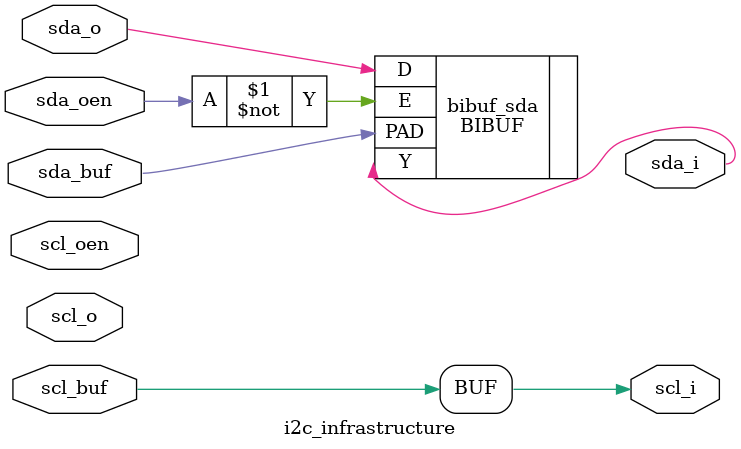
<source format=v>
module i2c_infrastructure(
    sda_i, sda_o, sda_oen,
    scl_i, scl_o, scl_oen,
    sda_buf,
    scl_buf
  );
  output sda_i;
  input  sda_o;
  input  sda_oen; //active low
  output scl_i;
  input  scl_o;
  input  scl_oen; //active low
  inout  sda_buf;
  input  scl_buf;

  BIBUF bibuf_sda(
    .PAD(sda_buf),
    .D(sda_o),
    .E(~sda_oen),
    .Y(sda_i)
  );

  assign scl_i = scl_buf;
  /* true i2c - oc
  assign sda_buf_o = ~sda_oen ? sda_o : 1'b0;
  assign sda_i = sda_buf_i;
  assign scl_buf_o = ~scl_oen ? scl_o : 1'b0;
  assign scl_i = scl_buf_i;
  */
endmodule

</source>
